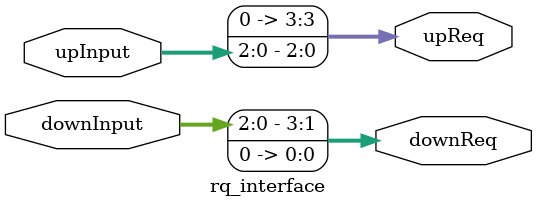
<source format=v>
module rq_process(allReq_reg,upReq_reg,downReq_reg,inEleReq_reg,up_need,down_need,clk,upReq,downReq,inEleReq,position,ud_mode);
/*
** 输出列表
** allReq_reg   : 当前有效请求
** upReq_reg    : 有效上升请求
** downReq_reg  : 有效下降请求
** inEleReq_reg : 有效梯内请求
** up_need      : 上升需求
** down_need    : 下降需求
** 输入列表
** clk(clk32hz) : 高频32Hz时钟
** upReq        : 上升请求按键
** downReq      : 下降请求按键
** inEleReq     : 梯内请求按键
** position     : 电梯所在位置
** ud_mode      : 运行模式(00_停止,01_上升,10_下降)
*/
input clk;
input [1:0] ud_mode; //00_no require,01_up mode,10_down mode
input [3:0] upReq,downReq,inEleReq,position;
output reg [3:0] upReq_reg=4'd0;
output reg [3:0] downReq_reg=4'd0;
output reg [3:0] inEleReq_reg=4'd0;
output reg [3:0] allReq_reg;
output reg up_need=1'd0;
output reg down_need=1'd0;

always @(posedge clk)         // 上升沿触发
    begin
		upReq_reg<={downReq[3],upReq[2:1],1'b0} | upReq_reg;     // 顶层的下降请求视作上升请求
        downReq_reg<={1'b0,downReq[2:1],upReq[0]} | downReq_reg; // 底层的上升请求视作下降请求
        inEleReq_reg<=inEleReq | inEleReq_reg;
	    if (allReq_reg==4'b0000) begin up_need<=1'b0; down_need<=1'b0; end

		if (ud_mode==2'b01)
		begin
			upReq_reg    <= upReq_reg    & (~position);    // 取消已到达楼层的请求
			inEleReq_reg <= inEleReq_reg & (~position);
			allReq_reg = upReq_reg | inEleReq_reg;
        	if (allReq_reg!=4'b0000) up_need<=1'b1;        // 上方存在有效请求，则有上升需求
		end
		else if (ud_mode==2'b10)
		begin
			downReq_reg  <= downReq_reg  & (~position);    // 取消已到达楼层的请求
			inEleReq_reg <= inEleReq_reg & (~position);
			allReq_reg = downReq_reg | inEleReq_reg;
        	if (allReq_reg!=4'b0000) down_need<=1'b1;      // 下方存在有效请求，则有下降需求
		end
        else if(ud_mode==2'b00)
        begin                                              // 停止过程中，响应第一个请求
            allReq_reg = upReq_reg | downReq_reg | inEleReq_reg;
            if (position<allReq_reg && allReq_reg!=4'b0000) up_need<=1;         // 上方存在有效请求，则有上升需求
            else if (position>allReq_reg && allReq_reg!=4'b0000) down_need<=1;  // 下方存在有效请求，则有下降需求
        end
    end

endmodule

// 电梯外请求对外接口
// rq_interface rq_interface0(upReq,downReq,upInput,downInput);
module rq_interface(upReq,downReq,upInput,downInput);
/*
** 输出列表
** upReq     : 上升请求
** downReq   : 下降请求
** 输入列表
** upInput   :电梯上升按键
** downInput :电梯下降按键
*/
input [2:0] upInput,downInput;
output [3:0] upReq,downReq;

assign upReq = {1'b0,upInput};
assign downReq = {downInput,1'b0};

endmodule
</source>
